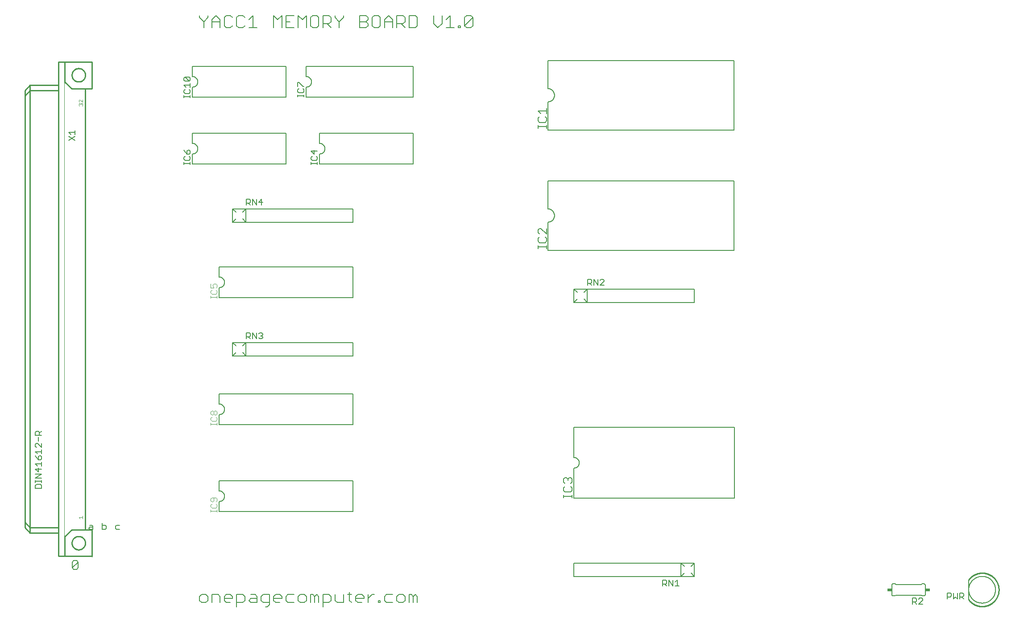
<source format=gbr>
G04 EAGLE Gerber RS-274X export*
G75*
%MOMM*%
%FSLAX34Y34*%
%LPD*%
%INSilkscreen Top*%
%IPPOS*%
%AMOC8*
5,1,8,0,0,1.08239X$1,22.5*%
G01*
%ADD10C,0.203200*%
%ADD11C,0.152400*%
%ADD12C,0.254000*%
%ADD13C,0.050800*%
%ADD14C,0.076200*%
%ADD15C,0.127000*%
%ADD16R,0.863600X0.609600*%
%ADD17C,0.177800*%
%ADD18C,0.101600*%


D10*
X255016Y1129304D02*
X255016Y1125406D01*
X262812Y1117610D01*
X270608Y1125406D01*
X270608Y1129304D01*
X262812Y1117610D02*
X262812Y1105916D01*
X278404Y1105916D02*
X278404Y1121508D01*
X286200Y1129304D01*
X293996Y1121508D01*
X293996Y1105916D01*
X293996Y1117610D02*
X278404Y1117610D01*
X313486Y1129304D02*
X317384Y1125406D01*
X313486Y1129304D02*
X305690Y1129304D01*
X301792Y1125406D01*
X301792Y1109814D01*
X305690Y1105916D01*
X313486Y1105916D01*
X317384Y1109814D01*
X336874Y1129304D02*
X340772Y1125406D01*
X336874Y1129304D02*
X329078Y1129304D01*
X325180Y1125406D01*
X325180Y1109814D01*
X329078Y1105916D01*
X336874Y1105916D01*
X340772Y1109814D01*
X348568Y1121508D02*
X356364Y1129304D01*
X356364Y1105916D01*
X348568Y1105916D02*
X364160Y1105916D01*
X395344Y1105916D02*
X395344Y1129304D01*
X403140Y1121508D01*
X410936Y1129304D01*
X410936Y1105916D01*
X418732Y1129304D02*
X434324Y1129304D01*
X418732Y1129304D02*
X418732Y1105916D01*
X434324Y1105916D01*
X426528Y1117610D02*
X418732Y1117610D01*
X442120Y1105916D02*
X442120Y1129304D01*
X449916Y1121508D01*
X457712Y1129304D01*
X457712Y1105916D01*
X469406Y1129304D02*
X477202Y1129304D01*
X469406Y1129304D02*
X465508Y1125406D01*
X465508Y1109814D01*
X469406Y1105916D01*
X477202Y1105916D01*
X481100Y1109814D01*
X481100Y1125406D01*
X477202Y1129304D01*
X488896Y1129304D02*
X488896Y1105916D01*
X488896Y1129304D02*
X500590Y1129304D01*
X504488Y1125406D01*
X504488Y1117610D01*
X500590Y1113712D01*
X488896Y1113712D01*
X496692Y1113712D02*
X504488Y1105916D01*
X512284Y1125406D02*
X512284Y1129304D01*
X512284Y1125406D02*
X520080Y1117610D01*
X527876Y1125406D01*
X527876Y1129304D01*
X520080Y1117610D02*
X520080Y1105916D01*
X559060Y1105916D02*
X559060Y1129304D01*
X570754Y1129304D01*
X574652Y1125406D01*
X574652Y1121508D01*
X570754Y1117610D01*
X574652Y1113712D01*
X574652Y1109814D01*
X570754Y1105916D01*
X559060Y1105916D01*
X559060Y1117610D02*
X570754Y1117610D01*
X586346Y1129304D02*
X594142Y1129304D01*
X586346Y1129304D02*
X582448Y1125406D01*
X582448Y1109814D01*
X586346Y1105916D01*
X594142Y1105916D01*
X598040Y1109814D01*
X598040Y1125406D01*
X594142Y1129304D01*
X605836Y1121508D02*
X605836Y1105916D01*
X605836Y1121508D02*
X613632Y1129304D01*
X621428Y1121508D01*
X621428Y1105916D01*
X621428Y1117610D02*
X605836Y1117610D01*
X629224Y1105916D02*
X629224Y1129304D01*
X640917Y1129304D01*
X644815Y1125406D01*
X644815Y1117610D01*
X640917Y1113712D01*
X629224Y1113712D01*
X637019Y1113712D02*
X644815Y1105916D01*
X652611Y1105916D02*
X652611Y1129304D01*
X652611Y1105916D02*
X664305Y1105916D01*
X668203Y1109814D01*
X668203Y1125406D01*
X664305Y1129304D01*
X652611Y1129304D01*
X699387Y1129304D02*
X699387Y1113712D01*
X707183Y1105916D01*
X714979Y1113712D01*
X714979Y1129304D01*
X722775Y1121508D02*
X730571Y1129304D01*
X730571Y1105916D01*
X722775Y1105916D02*
X738367Y1105916D01*
X746163Y1105916D02*
X746163Y1109814D01*
X750061Y1109814D01*
X750061Y1105916D01*
X746163Y1105916D01*
X757857Y1109814D02*
X757857Y1125406D01*
X761755Y1129304D01*
X769551Y1129304D01*
X773449Y1125406D01*
X773449Y1109814D01*
X769551Y1105916D01*
X761755Y1105916D01*
X757857Y1109814D01*
X773449Y1125406D01*
X266710Y13716D02*
X258914Y13716D01*
X266710Y13716D02*
X270608Y17614D01*
X270608Y25410D01*
X266710Y29308D01*
X258914Y29308D01*
X255016Y25410D01*
X255016Y17614D01*
X258914Y13716D01*
X278404Y13716D02*
X278404Y29308D01*
X290098Y29308D01*
X293996Y25410D01*
X293996Y13716D01*
X305690Y13716D02*
X313486Y13716D01*
X305690Y13716D02*
X301792Y17614D01*
X301792Y25410D01*
X305690Y29308D01*
X313486Y29308D01*
X317384Y25410D01*
X317384Y21512D01*
X301792Y21512D01*
X325180Y29308D02*
X325180Y5920D01*
X325180Y29308D02*
X336874Y29308D01*
X340772Y25410D01*
X340772Y17614D01*
X336874Y13716D01*
X325180Y13716D01*
X352466Y29308D02*
X360262Y29308D01*
X364160Y25410D01*
X364160Y13716D01*
X352466Y13716D01*
X348568Y17614D01*
X352466Y21512D01*
X364160Y21512D01*
X379752Y5920D02*
X383650Y5920D01*
X387548Y9818D01*
X387548Y29308D01*
X375854Y29308D01*
X371956Y25410D01*
X371956Y17614D01*
X375854Y13716D01*
X387548Y13716D01*
X399242Y13716D02*
X407038Y13716D01*
X399242Y13716D02*
X395344Y17614D01*
X395344Y25410D01*
X399242Y29308D01*
X407038Y29308D01*
X410936Y25410D01*
X410936Y21512D01*
X395344Y21512D01*
X422630Y29308D02*
X434324Y29308D01*
X422630Y29308D02*
X418732Y25410D01*
X418732Y17614D01*
X422630Y13716D01*
X434324Y13716D01*
X446018Y13716D02*
X453814Y13716D01*
X457712Y17614D01*
X457712Y25410D01*
X453814Y29308D01*
X446018Y29308D01*
X442120Y25410D01*
X442120Y17614D01*
X446018Y13716D01*
X465508Y13716D02*
X465508Y29308D01*
X469406Y29308D01*
X473304Y25410D01*
X473304Y13716D01*
X473304Y25410D02*
X477202Y29308D01*
X481100Y25410D01*
X481100Y13716D01*
X488896Y5920D02*
X488896Y29308D01*
X500590Y29308D01*
X504488Y25410D01*
X504488Y17614D01*
X500590Y13716D01*
X488896Y13716D01*
X512284Y17614D02*
X512284Y29308D01*
X512284Y17614D02*
X516182Y13716D01*
X527876Y13716D01*
X527876Y29308D01*
X539570Y33206D02*
X539570Y17614D01*
X543468Y13716D01*
X543468Y29308D02*
X535672Y29308D01*
X555162Y13716D02*
X562958Y13716D01*
X555162Y13716D02*
X551264Y17614D01*
X551264Y25410D01*
X555162Y29308D01*
X562958Y29308D01*
X566856Y25410D01*
X566856Y21512D01*
X551264Y21512D01*
X574652Y13716D02*
X574652Y29308D01*
X574652Y21512D02*
X582448Y29308D01*
X586346Y29308D01*
X594142Y17614D02*
X594142Y13716D01*
X594142Y17614D02*
X598040Y17614D01*
X598040Y13716D01*
X594142Y13716D01*
X609733Y29308D02*
X621427Y29308D01*
X609733Y29308D02*
X605836Y25410D01*
X605836Y17614D01*
X609733Y13716D01*
X621427Y13716D01*
X633121Y13716D02*
X640917Y13716D01*
X644815Y17614D01*
X644815Y25410D01*
X640917Y29308D01*
X633121Y29308D01*
X629223Y25410D01*
X629223Y17614D01*
X633121Y13716D01*
X652611Y13716D02*
X652611Y29308D01*
X656509Y29308D01*
X660407Y25410D01*
X660407Y13716D01*
X660407Y25410D02*
X664305Y29308D01*
X668203Y25410D01*
X668203Y13716D01*
D11*
X13462Y79674D02*
X13462Y90520D01*
X16174Y93232D01*
X21597Y93232D01*
X24309Y90520D01*
X24309Y79674D01*
X21597Y76962D01*
X16174Y76962D01*
X13462Y79674D01*
X24309Y90520D01*
D12*
X-76200Y986790D02*
X-67310Y996950D01*
X-12700Y996950D01*
X-13970Y986790D02*
X-67310Y986790D01*
X-76200Y986790D02*
X-76200Y976630D01*
X-76200Y166370D01*
X-76200Y156210D01*
X-67310Y156210D02*
X-13970Y156210D01*
X-67310Y146050D02*
X-76200Y156210D01*
X-67310Y146050D02*
X-12700Y146050D01*
D13*
X-2200Y102900D02*
X-2200Y1041370D01*
D12*
X-12600Y1041370D02*
X-12600Y102900D01*
X-12700Y102000D02*
X50800Y101999D01*
X50800Y1041400D02*
X-1270Y1041400D01*
X-12700Y1041400D01*
X50800Y101999D02*
X50800Y101601D01*
X50800Y101999D02*
X50800Y152400D01*
X38100Y152400D01*
X12700Y152400D01*
X-1270Y139700D01*
X50800Y990600D02*
X50800Y1041400D01*
X50800Y990600D02*
X38100Y990600D01*
X12700Y990600D01*
X-1270Y1003300D01*
X38100Y990600D02*
X38100Y152400D01*
X-67310Y156210D02*
X-76200Y166370D01*
X-67310Y986790D02*
X-67310Y996950D01*
X-67310Y986790D02*
X-67310Y156210D01*
X-67310Y146050D01*
X-76200Y976630D02*
X-67310Y986790D01*
X-1270Y139700D02*
X-1270Y102870D01*
X-1270Y1003300D02*
X-1270Y1041400D01*
X12700Y1016064D02*
X12704Y1016376D01*
X12715Y1016687D01*
X12734Y1016998D01*
X12761Y1017309D01*
X12796Y1017619D01*
X12837Y1017927D01*
X12887Y1018235D01*
X12944Y1018542D01*
X13009Y1018847D01*
X13081Y1019150D01*
X13160Y1019451D01*
X13247Y1019751D01*
X13341Y1020048D01*
X13442Y1020343D01*
X13551Y1020635D01*
X13667Y1020924D01*
X13790Y1021211D01*
X13919Y1021494D01*
X14056Y1021774D01*
X14200Y1022051D01*
X14350Y1022324D01*
X14507Y1022593D01*
X14670Y1022858D01*
X14840Y1023120D01*
X15017Y1023377D01*
X15199Y1023629D01*
X15388Y1023877D01*
X15583Y1024121D01*
X15783Y1024359D01*
X15990Y1024593D01*
X16202Y1024821D01*
X16420Y1025044D01*
X16643Y1025262D01*
X16871Y1025474D01*
X17105Y1025681D01*
X17343Y1025881D01*
X17587Y1026076D01*
X17835Y1026265D01*
X18087Y1026447D01*
X18344Y1026624D01*
X18606Y1026794D01*
X18871Y1026957D01*
X19140Y1027114D01*
X19413Y1027264D01*
X19690Y1027408D01*
X19970Y1027545D01*
X20253Y1027674D01*
X20540Y1027797D01*
X20829Y1027913D01*
X21121Y1028022D01*
X21416Y1028123D01*
X21713Y1028217D01*
X22013Y1028304D01*
X22314Y1028383D01*
X22617Y1028455D01*
X22922Y1028520D01*
X23229Y1028577D01*
X23537Y1028627D01*
X23845Y1028668D01*
X24155Y1028703D01*
X24466Y1028730D01*
X24777Y1028749D01*
X25088Y1028760D01*
X25400Y1028764D01*
X25712Y1028760D01*
X26023Y1028749D01*
X26334Y1028730D01*
X26645Y1028703D01*
X26955Y1028668D01*
X27263Y1028627D01*
X27571Y1028577D01*
X27878Y1028520D01*
X28183Y1028455D01*
X28486Y1028383D01*
X28787Y1028304D01*
X29087Y1028217D01*
X29384Y1028123D01*
X29679Y1028022D01*
X29971Y1027913D01*
X30260Y1027797D01*
X30547Y1027674D01*
X30830Y1027545D01*
X31110Y1027408D01*
X31387Y1027264D01*
X31660Y1027114D01*
X31929Y1026957D01*
X32194Y1026794D01*
X32456Y1026624D01*
X32713Y1026447D01*
X32965Y1026265D01*
X33213Y1026076D01*
X33457Y1025881D01*
X33695Y1025681D01*
X33929Y1025474D01*
X34157Y1025262D01*
X34380Y1025044D01*
X34598Y1024821D01*
X34810Y1024593D01*
X35017Y1024359D01*
X35217Y1024121D01*
X35412Y1023877D01*
X35601Y1023629D01*
X35783Y1023377D01*
X35960Y1023120D01*
X36130Y1022858D01*
X36293Y1022593D01*
X36450Y1022324D01*
X36600Y1022051D01*
X36744Y1021774D01*
X36881Y1021494D01*
X37010Y1021211D01*
X37133Y1020924D01*
X37249Y1020635D01*
X37358Y1020343D01*
X37459Y1020048D01*
X37553Y1019751D01*
X37640Y1019451D01*
X37719Y1019150D01*
X37791Y1018847D01*
X37856Y1018542D01*
X37913Y1018235D01*
X37963Y1017927D01*
X38004Y1017619D01*
X38039Y1017309D01*
X38066Y1016998D01*
X38085Y1016687D01*
X38096Y1016376D01*
X38100Y1016064D01*
X38096Y1015752D01*
X38085Y1015441D01*
X38066Y1015130D01*
X38039Y1014819D01*
X38004Y1014509D01*
X37963Y1014201D01*
X37913Y1013893D01*
X37856Y1013586D01*
X37791Y1013281D01*
X37719Y1012978D01*
X37640Y1012677D01*
X37553Y1012377D01*
X37459Y1012080D01*
X37358Y1011785D01*
X37249Y1011493D01*
X37133Y1011204D01*
X37010Y1010917D01*
X36881Y1010634D01*
X36744Y1010354D01*
X36600Y1010077D01*
X36450Y1009804D01*
X36293Y1009535D01*
X36130Y1009270D01*
X35960Y1009008D01*
X35783Y1008751D01*
X35601Y1008499D01*
X35412Y1008251D01*
X35217Y1008007D01*
X35017Y1007769D01*
X34810Y1007535D01*
X34598Y1007307D01*
X34380Y1007084D01*
X34157Y1006866D01*
X33929Y1006654D01*
X33695Y1006447D01*
X33457Y1006247D01*
X33213Y1006052D01*
X32965Y1005863D01*
X32713Y1005681D01*
X32456Y1005504D01*
X32194Y1005334D01*
X31929Y1005171D01*
X31660Y1005014D01*
X31387Y1004864D01*
X31110Y1004720D01*
X30830Y1004583D01*
X30547Y1004454D01*
X30260Y1004331D01*
X29971Y1004215D01*
X29679Y1004106D01*
X29384Y1004005D01*
X29087Y1003911D01*
X28787Y1003824D01*
X28486Y1003745D01*
X28183Y1003673D01*
X27878Y1003608D01*
X27571Y1003551D01*
X27263Y1003501D01*
X26955Y1003460D01*
X26645Y1003425D01*
X26334Y1003398D01*
X26023Y1003379D01*
X25712Y1003368D01*
X25400Y1003364D01*
X25088Y1003368D01*
X24777Y1003379D01*
X24466Y1003398D01*
X24155Y1003425D01*
X23845Y1003460D01*
X23537Y1003501D01*
X23229Y1003551D01*
X22922Y1003608D01*
X22617Y1003673D01*
X22314Y1003745D01*
X22013Y1003824D01*
X21713Y1003911D01*
X21416Y1004005D01*
X21121Y1004106D01*
X20829Y1004215D01*
X20540Y1004331D01*
X20253Y1004454D01*
X19970Y1004583D01*
X19690Y1004720D01*
X19413Y1004864D01*
X19140Y1005014D01*
X18871Y1005171D01*
X18606Y1005334D01*
X18344Y1005504D01*
X18087Y1005681D01*
X17835Y1005863D01*
X17587Y1006052D01*
X17343Y1006247D01*
X17105Y1006447D01*
X16871Y1006654D01*
X16643Y1006866D01*
X16420Y1007084D01*
X16202Y1007307D01*
X15990Y1007535D01*
X15783Y1007769D01*
X15583Y1008007D01*
X15388Y1008251D01*
X15199Y1008499D01*
X15017Y1008751D01*
X14840Y1009008D01*
X14670Y1009270D01*
X14507Y1009535D01*
X14350Y1009804D01*
X14200Y1010077D01*
X14056Y1010354D01*
X13919Y1010634D01*
X13790Y1010917D01*
X13667Y1011204D01*
X13551Y1011493D01*
X13442Y1011785D01*
X13341Y1012080D01*
X13247Y1012377D01*
X13160Y1012677D01*
X13081Y1012978D01*
X13009Y1013281D01*
X12944Y1013586D01*
X12887Y1013893D01*
X12837Y1014201D01*
X12796Y1014509D01*
X12761Y1014819D01*
X12734Y1015130D01*
X12715Y1015441D01*
X12704Y1015752D01*
X12700Y1016064D01*
X12700Y126936D02*
X12704Y127248D01*
X12715Y127559D01*
X12734Y127870D01*
X12761Y128181D01*
X12796Y128491D01*
X12837Y128799D01*
X12887Y129107D01*
X12944Y129414D01*
X13009Y129719D01*
X13081Y130022D01*
X13160Y130323D01*
X13247Y130623D01*
X13341Y130920D01*
X13442Y131215D01*
X13551Y131507D01*
X13667Y131796D01*
X13790Y132083D01*
X13919Y132366D01*
X14056Y132646D01*
X14200Y132923D01*
X14350Y133196D01*
X14507Y133465D01*
X14670Y133730D01*
X14840Y133992D01*
X15017Y134249D01*
X15199Y134501D01*
X15388Y134749D01*
X15583Y134993D01*
X15783Y135231D01*
X15990Y135465D01*
X16202Y135693D01*
X16420Y135916D01*
X16643Y136134D01*
X16871Y136346D01*
X17105Y136553D01*
X17343Y136753D01*
X17587Y136948D01*
X17835Y137137D01*
X18087Y137319D01*
X18344Y137496D01*
X18606Y137666D01*
X18871Y137829D01*
X19140Y137986D01*
X19413Y138136D01*
X19690Y138280D01*
X19970Y138417D01*
X20253Y138546D01*
X20540Y138669D01*
X20829Y138785D01*
X21121Y138894D01*
X21416Y138995D01*
X21713Y139089D01*
X22013Y139176D01*
X22314Y139255D01*
X22617Y139327D01*
X22922Y139392D01*
X23229Y139449D01*
X23537Y139499D01*
X23845Y139540D01*
X24155Y139575D01*
X24466Y139602D01*
X24777Y139621D01*
X25088Y139632D01*
X25400Y139636D01*
X25712Y139632D01*
X26023Y139621D01*
X26334Y139602D01*
X26645Y139575D01*
X26955Y139540D01*
X27263Y139499D01*
X27571Y139449D01*
X27878Y139392D01*
X28183Y139327D01*
X28486Y139255D01*
X28787Y139176D01*
X29087Y139089D01*
X29384Y138995D01*
X29679Y138894D01*
X29971Y138785D01*
X30260Y138669D01*
X30547Y138546D01*
X30830Y138417D01*
X31110Y138280D01*
X31387Y138136D01*
X31660Y137986D01*
X31929Y137829D01*
X32194Y137666D01*
X32456Y137496D01*
X32713Y137319D01*
X32965Y137137D01*
X33213Y136948D01*
X33457Y136753D01*
X33695Y136553D01*
X33929Y136346D01*
X34157Y136134D01*
X34380Y135916D01*
X34598Y135693D01*
X34810Y135465D01*
X35017Y135231D01*
X35217Y134993D01*
X35412Y134749D01*
X35601Y134501D01*
X35783Y134249D01*
X35960Y133992D01*
X36130Y133730D01*
X36293Y133465D01*
X36450Y133196D01*
X36600Y132923D01*
X36744Y132646D01*
X36881Y132366D01*
X37010Y132083D01*
X37133Y131796D01*
X37249Y131507D01*
X37358Y131215D01*
X37459Y130920D01*
X37553Y130623D01*
X37640Y130323D01*
X37719Y130022D01*
X37791Y129719D01*
X37856Y129414D01*
X37913Y129107D01*
X37963Y128799D01*
X38004Y128491D01*
X38039Y128181D01*
X38066Y127870D01*
X38085Y127559D01*
X38096Y127248D01*
X38100Y126936D01*
X38096Y126624D01*
X38085Y126313D01*
X38066Y126002D01*
X38039Y125691D01*
X38004Y125381D01*
X37963Y125073D01*
X37913Y124765D01*
X37856Y124458D01*
X37791Y124153D01*
X37719Y123850D01*
X37640Y123549D01*
X37553Y123249D01*
X37459Y122952D01*
X37358Y122657D01*
X37249Y122365D01*
X37133Y122076D01*
X37010Y121789D01*
X36881Y121506D01*
X36744Y121226D01*
X36600Y120949D01*
X36450Y120676D01*
X36293Y120407D01*
X36130Y120142D01*
X35960Y119880D01*
X35783Y119623D01*
X35601Y119371D01*
X35412Y119123D01*
X35217Y118879D01*
X35017Y118641D01*
X34810Y118407D01*
X34598Y118179D01*
X34380Y117956D01*
X34157Y117738D01*
X33929Y117526D01*
X33695Y117319D01*
X33457Y117119D01*
X33213Y116924D01*
X32965Y116735D01*
X32713Y116553D01*
X32456Y116376D01*
X32194Y116206D01*
X31929Y116043D01*
X31660Y115886D01*
X31387Y115736D01*
X31110Y115592D01*
X30830Y115455D01*
X30547Y115326D01*
X30260Y115203D01*
X29971Y115087D01*
X29679Y114978D01*
X29384Y114877D01*
X29087Y114783D01*
X28787Y114696D01*
X28486Y114617D01*
X28183Y114545D01*
X27878Y114480D01*
X27571Y114423D01*
X27263Y114373D01*
X26955Y114332D01*
X26645Y114297D01*
X26334Y114270D01*
X26023Y114251D01*
X25712Y114240D01*
X25400Y114236D01*
X25088Y114240D01*
X24777Y114251D01*
X24466Y114270D01*
X24155Y114297D01*
X23845Y114332D01*
X23537Y114373D01*
X23229Y114423D01*
X22922Y114480D01*
X22617Y114545D01*
X22314Y114617D01*
X22013Y114696D01*
X21713Y114783D01*
X21416Y114877D01*
X21121Y114978D01*
X20829Y115087D01*
X20540Y115203D01*
X20253Y115326D01*
X19970Y115455D01*
X19690Y115592D01*
X19413Y115736D01*
X19140Y115886D01*
X18871Y116043D01*
X18606Y116206D01*
X18344Y116376D01*
X18087Y116553D01*
X17835Y116735D01*
X17587Y116924D01*
X17343Y117119D01*
X17105Y117319D01*
X16871Y117526D01*
X16643Y117738D01*
X16420Y117956D01*
X16202Y118179D01*
X15990Y118407D01*
X15783Y118641D01*
X15583Y118879D01*
X15388Y119123D01*
X15199Y119371D01*
X15017Y119623D01*
X14840Y119880D01*
X14670Y120142D01*
X14507Y120407D01*
X14350Y120676D01*
X14200Y120949D01*
X14056Y121226D01*
X13919Y121506D01*
X13790Y121789D01*
X13667Y122076D01*
X13551Y122365D01*
X13442Y122657D01*
X13341Y122952D01*
X13247Y123249D01*
X13160Y123549D01*
X13081Y123850D01*
X13009Y124153D01*
X12944Y124458D01*
X12887Y124765D01*
X12837Y125073D01*
X12796Y125381D01*
X12761Y125691D01*
X12734Y126002D01*
X12715Y126313D01*
X12704Y126624D01*
X12700Y126936D01*
D14*
X28232Y173237D02*
X25775Y175694D01*
X33147Y175694D01*
X33147Y173237D02*
X33147Y178152D01*
D15*
X46728Y160662D02*
X50541Y160662D01*
X52448Y158755D01*
X52448Y153035D01*
X46728Y153035D01*
X44821Y154942D01*
X46728Y156848D01*
X52448Y156848D01*
X70221Y153035D02*
X70221Y164475D01*
X70221Y153035D02*
X75941Y153035D01*
X77848Y154942D01*
X77848Y158755D01*
X75941Y160662D01*
X70221Y160662D01*
X97528Y160662D02*
X103248Y160662D01*
X97528Y160662D02*
X95621Y158755D01*
X95621Y154942D01*
X97528Y153035D01*
X103248Y153035D01*
D14*
X27003Y956963D02*
X25775Y958191D01*
X25775Y960649D01*
X27003Y961878D01*
X28232Y961878D01*
X29461Y960649D01*
X29461Y959420D01*
X29461Y960649D02*
X30690Y961878D01*
X31918Y961878D01*
X33147Y960649D01*
X33147Y958191D01*
X31918Y956963D01*
X33147Y964447D02*
X33147Y969362D01*
X33147Y964447D02*
X28232Y969362D01*
X27003Y969362D01*
X25775Y968133D01*
X25775Y965676D01*
X27003Y964447D01*
D15*
X-45085Y230493D02*
X-56525Y230493D01*
X-45085Y230493D02*
X-45085Y236213D01*
X-46992Y238120D01*
X-54618Y238120D01*
X-56525Y236213D01*
X-56525Y230493D01*
X-45085Y242187D02*
X-45085Y246000D01*
X-45085Y244094D02*
X-56525Y244094D01*
X-56525Y246000D02*
X-56525Y242187D01*
X-56525Y249983D02*
X-45085Y249983D01*
X-45085Y257610D02*
X-56525Y249983D01*
X-56525Y257610D02*
X-45085Y257610D01*
X-45085Y267397D02*
X-56525Y267397D01*
X-50805Y261677D01*
X-50805Y269303D01*
X-52712Y273371D02*
X-56525Y277184D01*
X-45085Y277184D01*
X-45085Y273371D02*
X-45085Y280997D01*
X-54618Y288878D02*
X-56525Y292691D01*
X-54618Y288878D02*
X-50805Y285065D01*
X-46992Y285065D01*
X-45085Y286972D01*
X-45085Y290785D01*
X-46992Y292691D01*
X-48898Y292691D01*
X-50805Y290785D01*
X-50805Y285065D01*
X-52712Y296759D02*
X-56525Y300572D01*
X-45085Y300572D01*
X-45085Y296759D02*
X-45085Y304385D01*
X-45085Y308453D02*
X-45085Y316079D01*
X-45085Y308453D02*
X-52712Y316079D01*
X-54618Y316079D01*
X-56525Y314173D01*
X-56525Y310359D01*
X-54618Y308453D01*
X-50805Y320147D02*
X-50805Y327773D01*
X-45085Y331841D02*
X-56525Y331841D01*
X-56525Y337561D01*
X-54618Y339467D01*
X-50805Y339467D01*
X-48898Y337561D01*
X-48898Y331841D01*
X-48898Y335654D02*
X-45085Y339467D01*
X6975Y891647D02*
X18415Y899274D01*
X18415Y891647D02*
X6975Y899274D01*
X10789Y903341D02*
X6975Y907154D01*
X18415Y907154D01*
X18415Y903341D02*
X18415Y910968D01*
D10*
X1714500Y57150D02*
X1714500Y19050D01*
D12*
X1714974Y18434D01*
X1715463Y17829D01*
X1715967Y17237D01*
X1716485Y16657D01*
X1717017Y16090D01*
X1717563Y15536D01*
X1718122Y14996D01*
X1718695Y14470D01*
X1719280Y13957D01*
X1719877Y13460D01*
X1720486Y12977D01*
X1721107Y12509D01*
X1721740Y12056D01*
X1722383Y11619D01*
X1723037Y11198D01*
X1723701Y10794D01*
X1724374Y10405D01*
X1725057Y10033D01*
X1725749Y9678D01*
X1726449Y9340D01*
X1727157Y9019D01*
X1727873Y8716D01*
X1728597Y8430D01*
X1729326Y8162D01*
X1730063Y7912D01*
X1730805Y7681D01*
X1731553Y7467D01*
X1732305Y7272D01*
X1733063Y7095D01*
X1733824Y6937D01*
X1734589Y6797D01*
X1735357Y6677D01*
X1736128Y6575D01*
X1736901Y6492D01*
X1737676Y6428D01*
X1738452Y6383D01*
X1739229Y6357D01*
X1740007Y6350D01*
X1740784Y6362D01*
X1741561Y6393D01*
X1742337Y6444D01*
X1743112Y6513D01*
X1743884Y6601D01*
X1744654Y6708D01*
X1745422Y6834D01*
X1746186Y6978D01*
X1746946Y7142D01*
X1747702Y7324D01*
X1748453Y7524D01*
X1749200Y7742D01*
X1749940Y7979D01*
X1750675Y8234D01*
X1751403Y8507D01*
X1752124Y8798D01*
X1752838Y9106D01*
X1753544Y9431D01*
X1754242Y9774D01*
X1754932Y10134D01*
X1755612Y10510D01*
X1756283Y10903D01*
X1756944Y11313D01*
X1757595Y11738D01*
X1758235Y12179D01*
X1758864Y12636D01*
X1759482Y13108D01*
X1760088Y13595D01*
X1760682Y14097D01*
X1761264Y14613D01*
X1761833Y15143D01*
X1762388Y15687D01*
X1762931Y16245D01*
X1763459Y16815D01*
X1763973Y17398D01*
X1764473Y17994D01*
X1764958Y18602D01*
X1765428Y19221D01*
X1765882Y19852D01*
X1766321Y20494D01*
X1766745Y21146D01*
X1767152Y21809D01*
X1767543Y22481D01*
X1767917Y23163D01*
X1768274Y23853D01*
X1768614Y24552D01*
X1768938Y25260D01*
X1769243Y25974D01*
X1769532Y26697D01*
X1769802Y27426D01*
X1770054Y28161D01*
X1770289Y28903D01*
X1770505Y29650D01*
X1770703Y30402D01*
X1770882Y31158D01*
X1771043Y31919D01*
X1771185Y32683D01*
X1771308Y33451D01*
X1771412Y34222D01*
X1771498Y34995D01*
X1771564Y35769D01*
X1771612Y36545D01*
X1771640Y37322D01*
X1771650Y38100D01*
X1771640Y38878D01*
X1771612Y39655D01*
X1771564Y40431D01*
X1771498Y41205D01*
X1771412Y41978D01*
X1771308Y42749D01*
X1771185Y43517D01*
X1771043Y44281D01*
X1770882Y45042D01*
X1770703Y45798D01*
X1770505Y46550D01*
X1770289Y47297D01*
X1770054Y48039D01*
X1769802Y48774D01*
X1769532Y49503D01*
X1769243Y50226D01*
X1768938Y50940D01*
X1768614Y51648D01*
X1768274Y52347D01*
X1767917Y53037D01*
X1767543Y53719D01*
X1767152Y54391D01*
X1766745Y55054D01*
X1766321Y55706D01*
X1765882Y56348D01*
X1765428Y56979D01*
X1764958Y57598D01*
X1764473Y58206D01*
X1763973Y58802D01*
X1763459Y59385D01*
X1762931Y59955D01*
X1762388Y60513D01*
X1761833Y61057D01*
X1761264Y61587D01*
X1760682Y62103D01*
X1760088Y62605D01*
X1759482Y63092D01*
X1758864Y63564D01*
X1758235Y64021D01*
X1757595Y64462D01*
X1756944Y64887D01*
X1756283Y65297D01*
X1755612Y65690D01*
X1754932Y66066D01*
X1754242Y66426D01*
X1753544Y66769D01*
X1752838Y67094D01*
X1752124Y67402D01*
X1751403Y67693D01*
X1750675Y67966D01*
X1749940Y68221D01*
X1749200Y68458D01*
X1748453Y68676D01*
X1747702Y68876D01*
X1746946Y69058D01*
X1746186Y69222D01*
X1745422Y69366D01*
X1744654Y69492D01*
X1743884Y69599D01*
X1743112Y69687D01*
X1742337Y69756D01*
X1741561Y69807D01*
X1740784Y69838D01*
X1740007Y69850D01*
X1739229Y69843D01*
X1738452Y69817D01*
X1737676Y69772D01*
X1736901Y69708D01*
X1736128Y69625D01*
X1735357Y69523D01*
X1734589Y69403D01*
X1733824Y69263D01*
X1733063Y69105D01*
X1732305Y68928D01*
X1731553Y68733D01*
X1730805Y68519D01*
X1730063Y68288D01*
X1729326Y68038D01*
X1728597Y67770D01*
X1727873Y67484D01*
X1727157Y67181D01*
X1726449Y66860D01*
X1725749Y66522D01*
X1725057Y66167D01*
X1724374Y65795D01*
X1723701Y65406D01*
X1723037Y65002D01*
X1722383Y64581D01*
X1721740Y64144D01*
X1721107Y63691D01*
X1720486Y63223D01*
X1719877Y62740D01*
X1719280Y62243D01*
X1718695Y61730D01*
X1718122Y61204D01*
X1717563Y60664D01*
X1717017Y60110D01*
X1716485Y59543D01*
X1715967Y58963D01*
X1715463Y58371D01*
X1714974Y57766D01*
X1714500Y57150D01*
D11*
X1714500Y38100D02*
X1714508Y38723D01*
X1714531Y39346D01*
X1714569Y39969D01*
X1714622Y40590D01*
X1714691Y41209D01*
X1714775Y41827D01*
X1714874Y42442D01*
X1714988Y43055D01*
X1715117Y43665D01*
X1715261Y44272D01*
X1715420Y44875D01*
X1715594Y45473D01*
X1715782Y46068D01*
X1715985Y46657D01*
X1716202Y47241D01*
X1716433Y47820D01*
X1716679Y48393D01*
X1716939Y48960D01*
X1717212Y49520D01*
X1717499Y50073D01*
X1717800Y50620D01*
X1718114Y51158D01*
X1718441Y51689D01*
X1718781Y52211D01*
X1719133Y52726D01*
X1719499Y53231D01*
X1719876Y53727D01*
X1720266Y54214D01*
X1720667Y54691D01*
X1721080Y55158D01*
X1721504Y55614D01*
X1721939Y56061D01*
X1722386Y56496D01*
X1722842Y56920D01*
X1723309Y57333D01*
X1723786Y57734D01*
X1724273Y58124D01*
X1724769Y58501D01*
X1725274Y58867D01*
X1725789Y59219D01*
X1726311Y59559D01*
X1726842Y59886D01*
X1727380Y60200D01*
X1727927Y60501D01*
X1728480Y60788D01*
X1729040Y61061D01*
X1729607Y61321D01*
X1730180Y61567D01*
X1730759Y61798D01*
X1731343Y62015D01*
X1731932Y62218D01*
X1732527Y62406D01*
X1733125Y62580D01*
X1733728Y62739D01*
X1734335Y62883D01*
X1734945Y63012D01*
X1735558Y63126D01*
X1736173Y63225D01*
X1736791Y63309D01*
X1737410Y63378D01*
X1738031Y63431D01*
X1738654Y63469D01*
X1739277Y63492D01*
X1739900Y63500D01*
X1740523Y63492D01*
X1741146Y63469D01*
X1741769Y63431D01*
X1742390Y63378D01*
X1743009Y63309D01*
X1743627Y63225D01*
X1744242Y63126D01*
X1744855Y63012D01*
X1745465Y62883D01*
X1746072Y62739D01*
X1746675Y62580D01*
X1747273Y62406D01*
X1747868Y62218D01*
X1748457Y62015D01*
X1749041Y61798D01*
X1749620Y61567D01*
X1750193Y61321D01*
X1750760Y61061D01*
X1751320Y60788D01*
X1751873Y60501D01*
X1752420Y60200D01*
X1752958Y59886D01*
X1753489Y59559D01*
X1754011Y59219D01*
X1754526Y58867D01*
X1755031Y58501D01*
X1755527Y58124D01*
X1756014Y57734D01*
X1756491Y57333D01*
X1756958Y56920D01*
X1757414Y56496D01*
X1757861Y56061D01*
X1758296Y55614D01*
X1758720Y55158D01*
X1759133Y54691D01*
X1759534Y54214D01*
X1759924Y53727D01*
X1760301Y53231D01*
X1760667Y52726D01*
X1761019Y52211D01*
X1761359Y51689D01*
X1761686Y51158D01*
X1762000Y50620D01*
X1762301Y50073D01*
X1762588Y49520D01*
X1762861Y48960D01*
X1763121Y48393D01*
X1763367Y47820D01*
X1763598Y47241D01*
X1763815Y46657D01*
X1764018Y46068D01*
X1764206Y45473D01*
X1764380Y44875D01*
X1764539Y44272D01*
X1764683Y43665D01*
X1764812Y43055D01*
X1764926Y42442D01*
X1765025Y41827D01*
X1765109Y41209D01*
X1765178Y40590D01*
X1765231Y39969D01*
X1765269Y39346D01*
X1765292Y38723D01*
X1765300Y38100D01*
X1765292Y37477D01*
X1765269Y36854D01*
X1765231Y36231D01*
X1765178Y35610D01*
X1765109Y34991D01*
X1765025Y34373D01*
X1764926Y33758D01*
X1764812Y33145D01*
X1764683Y32535D01*
X1764539Y31928D01*
X1764380Y31325D01*
X1764206Y30727D01*
X1764018Y30132D01*
X1763815Y29543D01*
X1763598Y28959D01*
X1763367Y28380D01*
X1763121Y27807D01*
X1762861Y27240D01*
X1762588Y26680D01*
X1762301Y26127D01*
X1762000Y25580D01*
X1761686Y25042D01*
X1761359Y24511D01*
X1761019Y23989D01*
X1760667Y23474D01*
X1760301Y22969D01*
X1759924Y22473D01*
X1759534Y21986D01*
X1759133Y21509D01*
X1758720Y21042D01*
X1758296Y20586D01*
X1757861Y20139D01*
X1757414Y19704D01*
X1756958Y19280D01*
X1756491Y18867D01*
X1756014Y18466D01*
X1755527Y18076D01*
X1755031Y17699D01*
X1754526Y17333D01*
X1754011Y16981D01*
X1753489Y16641D01*
X1752958Y16314D01*
X1752420Y16000D01*
X1751873Y15699D01*
X1751320Y15412D01*
X1750760Y15139D01*
X1750193Y14879D01*
X1749620Y14633D01*
X1749041Y14402D01*
X1748457Y14185D01*
X1747868Y13982D01*
X1747273Y13794D01*
X1746675Y13620D01*
X1746072Y13461D01*
X1745465Y13317D01*
X1744855Y13188D01*
X1744242Y13074D01*
X1743627Y12975D01*
X1743009Y12891D01*
X1742390Y12822D01*
X1741769Y12769D01*
X1741146Y12731D01*
X1740523Y12708D01*
X1739900Y12700D01*
X1739277Y12708D01*
X1738654Y12731D01*
X1738031Y12769D01*
X1737410Y12822D01*
X1736791Y12891D01*
X1736173Y12975D01*
X1735558Y13074D01*
X1734945Y13188D01*
X1734335Y13317D01*
X1733728Y13461D01*
X1733125Y13620D01*
X1732527Y13794D01*
X1731932Y13982D01*
X1731343Y14185D01*
X1730759Y14402D01*
X1730180Y14633D01*
X1729607Y14879D01*
X1729040Y15139D01*
X1728480Y15412D01*
X1727927Y15699D01*
X1727380Y16000D01*
X1726842Y16314D01*
X1726311Y16641D01*
X1725789Y16981D01*
X1725274Y17333D01*
X1724769Y17699D01*
X1724273Y18076D01*
X1723786Y18466D01*
X1723309Y18867D01*
X1722842Y19280D01*
X1722386Y19704D01*
X1721939Y20139D01*
X1721504Y20586D01*
X1721080Y21042D01*
X1720667Y21509D01*
X1720266Y21986D01*
X1719876Y22473D01*
X1719499Y22969D01*
X1719133Y23474D01*
X1718781Y23989D01*
X1718441Y24511D01*
X1718114Y25042D01*
X1717800Y25580D01*
X1717499Y26127D01*
X1717212Y26680D01*
X1716939Y27240D01*
X1716679Y27807D01*
X1716433Y28380D01*
X1716202Y28959D01*
X1715985Y29543D01*
X1715782Y30132D01*
X1715594Y30727D01*
X1715420Y31325D01*
X1715261Y31928D01*
X1715117Y32535D01*
X1714988Y33145D01*
X1714874Y33758D01*
X1714775Y34373D01*
X1714691Y34991D01*
X1714622Y35610D01*
X1714569Y36231D01*
X1714531Y36854D01*
X1714508Y37477D01*
X1714500Y38100D01*
D15*
X1673703Y32141D02*
X1673703Y20701D01*
X1673703Y32141D02*
X1679423Y32141D01*
X1681330Y30234D01*
X1681330Y26421D01*
X1679423Y24514D01*
X1673703Y24514D01*
X1685397Y20701D02*
X1685397Y32141D01*
X1689210Y24514D02*
X1685397Y20701D01*
X1689210Y24514D02*
X1693024Y20701D01*
X1693024Y32141D01*
X1697091Y32141D02*
X1697091Y20701D01*
X1697091Y32141D02*
X1702811Y32141D01*
X1704717Y30234D01*
X1704717Y26421D01*
X1702811Y24514D01*
X1697091Y24514D01*
X1700904Y24514D02*
X1704717Y20701D01*
D11*
X1631950Y29210D02*
X1631948Y29110D01*
X1631942Y29011D01*
X1631932Y28911D01*
X1631919Y28813D01*
X1631901Y28714D01*
X1631880Y28617D01*
X1631855Y28521D01*
X1631826Y28425D01*
X1631793Y28331D01*
X1631757Y28238D01*
X1631717Y28147D01*
X1631673Y28057D01*
X1631626Y27969D01*
X1631576Y27883D01*
X1631522Y27799D01*
X1631465Y27717D01*
X1631405Y27638D01*
X1631341Y27560D01*
X1631275Y27486D01*
X1631206Y27414D01*
X1631134Y27345D01*
X1631060Y27279D01*
X1630982Y27215D01*
X1630903Y27155D01*
X1630821Y27098D01*
X1630737Y27044D01*
X1630651Y26994D01*
X1630563Y26947D01*
X1630473Y26903D01*
X1630382Y26863D01*
X1630289Y26827D01*
X1630195Y26794D01*
X1630099Y26765D01*
X1630003Y26740D01*
X1629906Y26719D01*
X1629807Y26701D01*
X1629709Y26688D01*
X1629609Y26678D01*
X1629510Y26672D01*
X1629410Y26670D01*
X1631950Y46990D02*
X1631948Y47090D01*
X1631942Y47189D01*
X1631932Y47289D01*
X1631919Y47387D01*
X1631901Y47486D01*
X1631880Y47583D01*
X1631855Y47679D01*
X1631826Y47775D01*
X1631793Y47869D01*
X1631757Y47962D01*
X1631717Y48053D01*
X1631673Y48143D01*
X1631626Y48231D01*
X1631576Y48317D01*
X1631522Y48401D01*
X1631465Y48483D01*
X1631405Y48562D01*
X1631341Y48640D01*
X1631275Y48714D01*
X1631206Y48786D01*
X1631134Y48855D01*
X1631060Y48921D01*
X1630982Y48985D01*
X1630903Y49045D01*
X1630821Y49102D01*
X1630737Y49156D01*
X1630651Y49206D01*
X1630563Y49253D01*
X1630473Y49297D01*
X1630382Y49337D01*
X1630289Y49373D01*
X1630195Y49406D01*
X1630099Y49435D01*
X1630003Y49460D01*
X1629906Y49481D01*
X1629807Y49499D01*
X1629709Y49512D01*
X1629609Y49522D01*
X1629510Y49528D01*
X1629410Y49530D01*
X1570990Y49530D02*
X1570890Y49528D01*
X1570791Y49522D01*
X1570691Y49512D01*
X1570593Y49499D01*
X1570494Y49481D01*
X1570397Y49460D01*
X1570301Y49435D01*
X1570205Y49406D01*
X1570111Y49373D01*
X1570018Y49337D01*
X1569927Y49297D01*
X1569837Y49253D01*
X1569749Y49206D01*
X1569663Y49156D01*
X1569579Y49102D01*
X1569497Y49045D01*
X1569418Y48985D01*
X1569340Y48921D01*
X1569266Y48855D01*
X1569194Y48786D01*
X1569125Y48714D01*
X1569059Y48640D01*
X1568995Y48562D01*
X1568935Y48483D01*
X1568878Y48401D01*
X1568824Y48317D01*
X1568774Y48231D01*
X1568727Y48143D01*
X1568683Y48053D01*
X1568643Y47962D01*
X1568607Y47869D01*
X1568574Y47775D01*
X1568545Y47679D01*
X1568520Y47583D01*
X1568499Y47486D01*
X1568481Y47387D01*
X1568468Y47289D01*
X1568458Y47189D01*
X1568452Y47090D01*
X1568450Y46990D01*
X1568450Y29210D02*
X1568452Y29110D01*
X1568458Y29011D01*
X1568468Y28911D01*
X1568481Y28813D01*
X1568499Y28714D01*
X1568520Y28617D01*
X1568545Y28521D01*
X1568574Y28425D01*
X1568607Y28331D01*
X1568643Y28238D01*
X1568683Y28147D01*
X1568727Y28057D01*
X1568774Y27969D01*
X1568824Y27883D01*
X1568878Y27799D01*
X1568935Y27717D01*
X1568995Y27638D01*
X1569059Y27560D01*
X1569125Y27486D01*
X1569194Y27414D01*
X1569266Y27345D01*
X1569340Y27279D01*
X1569418Y27215D01*
X1569497Y27155D01*
X1569579Y27098D01*
X1569663Y27044D01*
X1569749Y26994D01*
X1569837Y26947D01*
X1569927Y26903D01*
X1570018Y26863D01*
X1570111Y26827D01*
X1570205Y26794D01*
X1570301Y26765D01*
X1570397Y26740D01*
X1570494Y26719D01*
X1570593Y26701D01*
X1570691Y26688D01*
X1570791Y26678D01*
X1570890Y26672D01*
X1570990Y26670D01*
X1631950Y29210D02*
X1631950Y46990D01*
X1629410Y26670D02*
X1625600Y26670D01*
X1624330Y27940D01*
X1625600Y49530D02*
X1629410Y49530D01*
X1625600Y49530D02*
X1624330Y48260D01*
X1576070Y27940D02*
X1574800Y26670D01*
X1576070Y27940D02*
X1624330Y27940D01*
X1576070Y48260D02*
X1574800Y49530D01*
X1576070Y48260D02*
X1624330Y48260D01*
X1574800Y26670D02*
X1570990Y26670D01*
X1570990Y49530D02*
X1574800Y49530D01*
X1568450Y46990D02*
X1568450Y29210D01*
D16*
X1564132Y38100D03*
X1636268Y38100D03*
D15*
X1607927Y22235D02*
X1607927Y10795D01*
X1607927Y22235D02*
X1613647Y22235D01*
X1615554Y20328D01*
X1615554Y16515D01*
X1613647Y14608D01*
X1607927Y14608D01*
X1611740Y14608D02*
X1615554Y10795D01*
X1619621Y10795D02*
X1627248Y10795D01*
X1619621Y10795D02*
X1627248Y18422D01*
X1627248Y20328D01*
X1625341Y22235D01*
X1621528Y22235D01*
X1619621Y20328D01*
D11*
X915670Y911860D02*
X915670Y965200D01*
X915979Y965204D01*
X916288Y965215D01*
X916597Y965234D01*
X916905Y965260D01*
X917213Y965294D01*
X917519Y965335D01*
X917825Y965384D01*
X918129Y965440D01*
X918431Y965504D01*
X918732Y965575D01*
X919032Y965653D01*
X919329Y965738D01*
X919624Y965831D01*
X919917Y965931D01*
X920207Y966038D01*
X920494Y966152D01*
X920779Y966273D01*
X921061Y966401D01*
X921339Y966535D01*
X921614Y966677D01*
X921886Y966825D01*
X922153Y966980D01*
X922417Y967141D01*
X922677Y967308D01*
X922933Y967482D01*
X923185Y967662D01*
X923432Y967848D01*
X923674Y968040D01*
X923912Y968238D01*
X924145Y968441D01*
X924373Y968651D01*
X924595Y968865D01*
X924813Y969085D01*
X925025Y969311D01*
X925231Y969541D01*
X925432Y969776D01*
X925627Y970016D01*
X925816Y970261D01*
X925999Y970510D01*
X926176Y970764D01*
X926346Y971022D01*
X926511Y971284D01*
X926669Y971550D01*
X926820Y971820D01*
X926965Y972093D01*
X927103Y972370D01*
X927234Y972650D01*
X927358Y972933D01*
X927476Y973219D01*
X927586Y973508D01*
X927690Y973799D01*
X927786Y974093D01*
X927875Y974389D01*
X927957Y974688D01*
X928032Y974988D01*
X928099Y975290D01*
X928159Y975593D01*
X928211Y975898D01*
X928256Y976204D01*
X928294Y976511D01*
X928324Y976819D01*
X928346Y977127D01*
X928362Y977436D01*
X928369Y977745D01*
X928369Y978055D01*
X928362Y978364D01*
X928346Y978673D01*
X928324Y978981D01*
X928294Y979289D01*
X928256Y979596D01*
X928211Y979902D01*
X928159Y980207D01*
X928099Y980510D01*
X928032Y980812D01*
X927957Y981112D01*
X927875Y981411D01*
X927786Y981707D01*
X927690Y982001D01*
X927586Y982292D01*
X927476Y982581D01*
X927358Y982867D01*
X927234Y983150D01*
X927103Y983430D01*
X926965Y983707D01*
X926820Y983980D01*
X926669Y984250D01*
X926511Y984516D01*
X926346Y984778D01*
X926176Y985036D01*
X925999Y985290D01*
X925816Y985539D01*
X925627Y985784D01*
X925432Y986024D01*
X925231Y986259D01*
X925025Y986489D01*
X924813Y986715D01*
X924595Y986935D01*
X924373Y987149D01*
X924145Y987359D01*
X923912Y987562D01*
X923674Y987760D01*
X923432Y987952D01*
X923185Y988138D01*
X922933Y988318D01*
X922677Y988492D01*
X922417Y988659D01*
X922153Y988820D01*
X921886Y988975D01*
X921614Y989123D01*
X921339Y989265D01*
X921061Y989399D01*
X920779Y989527D01*
X920494Y989648D01*
X920207Y989762D01*
X919917Y989869D01*
X919624Y989969D01*
X919329Y990062D01*
X919032Y990147D01*
X918732Y990225D01*
X918431Y990296D01*
X918129Y990360D01*
X917825Y990416D01*
X917519Y990465D01*
X917213Y990506D01*
X916905Y990540D01*
X916597Y990566D01*
X916288Y990585D01*
X915979Y990596D01*
X915670Y990600D01*
X1268730Y1043940D02*
X1268730Y911860D01*
X915670Y990600D02*
X915670Y1043940D01*
X1268730Y1043940D01*
X1268730Y911860D02*
X915670Y911860D01*
D17*
X913511Y915289D02*
X913511Y920628D01*
X913511Y917958D02*
X897495Y917958D01*
X897495Y915289D02*
X897495Y920628D01*
X897495Y934211D02*
X900165Y936881D01*
X897495Y934211D02*
X897495Y928873D01*
X900165Y926203D01*
X910842Y926203D01*
X913511Y928873D01*
X913511Y934211D01*
X910842Y936881D01*
X902834Y942575D02*
X897495Y947914D01*
X913511Y947914D01*
X913511Y953252D02*
X913511Y942575D01*
D11*
X915670Y736600D02*
X915670Y683260D01*
X915670Y736600D02*
X915979Y736604D01*
X916288Y736615D01*
X916597Y736634D01*
X916905Y736660D01*
X917213Y736694D01*
X917519Y736735D01*
X917825Y736784D01*
X918129Y736840D01*
X918431Y736904D01*
X918732Y736975D01*
X919032Y737053D01*
X919329Y737138D01*
X919624Y737231D01*
X919917Y737331D01*
X920207Y737438D01*
X920494Y737552D01*
X920779Y737673D01*
X921061Y737801D01*
X921339Y737935D01*
X921614Y738077D01*
X921886Y738225D01*
X922153Y738380D01*
X922417Y738541D01*
X922677Y738708D01*
X922933Y738882D01*
X923185Y739062D01*
X923432Y739248D01*
X923674Y739440D01*
X923912Y739638D01*
X924145Y739841D01*
X924373Y740051D01*
X924595Y740265D01*
X924813Y740485D01*
X925025Y740711D01*
X925231Y740941D01*
X925432Y741176D01*
X925627Y741416D01*
X925816Y741661D01*
X925999Y741910D01*
X926176Y742164D01*
X926346Y742422D01*
X926511Y742684D01*
X926669Y742950D01*
X926820Y743220D01*
X926965Y743493D01*
X927103Y743770D01*
X927234Y744050D01*
X927358Y744333D01*
X927476Y744619D01*
X927586Y744908D01*
X927690Y745199D01*
X927786Y745493D01*
X927875Y745789D01*
X927957Y746088D01*
X928032Y746388D01*
X928099Y746690D01*
X928159Y746993D01*
X928211Y747298D01*
X928256Y747604D01*
X928294Y747911D01*
X928324Y748219D01*
X928346Y748527D01*
X928362Y748836D01*
X928369Y749145D01*
X928369Y749455D01*
X928362Y749764D01*
X928346Y750073D01*
X928324Y750381D01*
X928294Y750689D01*
X928256Y750996D01*
X928211Y751302D01*
X928159Y751607D01*
X928099Y751910D01*
X928032Y752212D01*
X927957Y752512D01*
X927875Y752811D01*
X927786Y753107D01*
X927690Y753401D01*
X927586Y753692D01*
X927476Y753981D01*
X927358Y754267D01*
X927234Y754550D01*
X927103Y754830D01*
X926965Y755107D01*
X926820Y755380D01*
X926669Y755650D01*
X926511Y755916D01*
X926346Y756178D01*
X926176Y756436D01*
X925999Y756690D01*
X925816Y756939D01*
X925627Y757184D01*
X925432Y757424D01*
X925231Y757659D01*
X925025Y757889D01*
X924813Y758115D01*
X924595Y758335D01*
X924373Y758549D01*
X924145Y758759D01*
X923912Y758962D01*
X923674Y759160D01*
X923432Y759352D01*
X923185Y759538D01*
X922933Y759718D01*
X922677Y759892D01*
X922417Y760059D01*
X922153Y760220D01*
X921886Y760375D01*
X921614Y760523D01*
X921339Y760665D01*
X921061Y760799D01*
X920779Y760927D01*
X920494Y761048D01*
X920207Y761162D01*
X919917Y761269D01*
X919624Y761369D01*
X919329Y761462D01*
X919032Y761547D01*
X918732Y761625D01*
X918431Y761696D01*
X918129Y761760D01*
X917825Y761816D01*
X917519Y761865D01*
X917213Y761906D01*
X916905Y761940D01*
X916597Y761966D01*
X916288Y761985D01*
X915979Y761996D01*
X915670Y762000D01*
X1268730Y815340D02*
X1268730Y683260D01*
X915670Y762000D02*
X915670Y815340D01*
X1268730Y815340D01*
X1268730Y683260D02*
X915670Y683260D01*
D17*
X913511Y686689D02*
X913511Y692028D01*
X913511Y689358D02*
X897495Y689358D01*
X897495Y686689D02*
X897495Y692028D01*
X897495Y705611D02*
X900165Y708281D01*
X897495Y705611D02*
X897495Y700273D01*
X900165Y697603D01*
X910842Y697603D01*
X913511Y700273D01*
X913511Y705611D01*
X910842Y708281D01*
X913511Y713975D02*
X913511Y724652D01*
X913511Y713975D02*
X902834Y724652D01*
X900165Y724652D01*
X897495Y721983D01*
X897495Y716644D01*
X900165Y713975D01*
D11*
X965200Y346710D02*
X965200Y289560D01*
X965200Y269240D02*
X965200Y212090D01*
X965200Y269240D02*
X965447Y269243D01*
X965695Y269252D01*
X965942Y269267D01*
X966188Y269288D01*
X966434Y269315D01*
X966679Y269348D01*
X966924Y269387D01*
X967167Y269432D01*
X967409Y269483D01*
X967650Y269540D01*
X967889Y269602D01*
X968127Y269671D01*
X968363Y269745D01*
X968597Y269825D01*
X968829Y269910D01*
X969059Y270002D01*
X969287Y270098D01*
X969512Y270201D01*
X969735Y270308D01*
X969955Y270422D01*
X970172Y270540D01*
X970387Y270664D01*
X970598Y270793D01*
X970806Y270927D01*
X971011Y271066D01*
X971212Y271210D01*
X971410Y271358D01*
X971604Y271512D01*
X971794Y271670D01*
X971980Y271833D01*
X972162Y272000D01*
X972340Y272172D01*
X972514Y272348D01*
X972684Y272528D01*
X972849Y272713D01*
X973009Y272901D01*
X973165Y273093D01*
X973317Y273289D01*
X973463Y273488D01*
X973605Y273691D01*
X973741Y273898D01*
X973873Y274107D01*
X973999Y274320D01*
X974120Y274536D01*
X974236Y274754D01*
X974346Y274976D01*
X974451Y275200D01*
X974551Y275426D01*
X974645Y275655D01*
X974733Y275886D01*
X974816Y276120D01*
X974893Y276355D01*
X974964Y276592D01*
X975030Y276830D01*
X975089Y277070D01*
X975143Y277312D01*
X975191Y277555D01*
X975233Y277798D01*
X975269Y278043D01*
X975299Y278289D01*
X975323Y278535D01*
X975341Y278782D01*
X975353Y279029D01*
X975359Y279276D01*
X975359Y279524D01*
X975353Y279771D01*
X975341Y280018D01*
X975323Y280265D01*
X975299Y280511D01*
X975269Y280757D01*
X975233Y281002D01*
X975191Y281245D01*
X975143Y281488D01*
X975089Y281730D01*
X975030Y281970D01*
X974964Y282208D01*
X974893Y282445D01*
X974816Y282680D01*
X974733Y282914D01*
X974645Y283145D01*
X974551Y283374D01*
X974451Y283600D01*
X974346Y283824D01*
X974236Y284046D01*
X974120Y284264D01*
X973999Y284480D01*
X973873Y284693D01*
X973741Y284902D01*
X973605Y285109D01*
X973463Y285312D01*
X973317Y285511D01*
X973165Y285707D01*
X973009Y285899D01*
X972849Y286087D01*
X972684Y286272D01*
X972514Y286452D01*
X972340Y286628D01*
X972162Y286800D01*
X971980Y286967D01*
X971794Y287130D01*
X971604Y287288D01*
X971410Y287442D01*
X971212Y287590D01*
X971011Y287734D01*
X970806Y287873D01*
X970598Y288007D01*
X970387Y288136D01*
X970172Y288260D01*
X969955Y288378D01*
X969735Y288492D01*
X969512Y288599D01*
X969287Y288702D01*
X969059Y288798D01*
X968829Y288890D01*
X968597Y288975D01*
X968363Y289055D01*
X968127Y289129D01*
X967889Y289198D01*
X967650Y289260D01*
X967409Y289317D01*
X967167Y289368D01*
X966924Y289413D01*
X966679Y289452D01*
X966434Y289485D01*
X966188Y289512D01*
X965942Y289533D01*
X965695Y289548D01*
X965447Y289557D01*
X965200Y289560D01*
X965200Y212090D02*
X1270000Y212090D01*
X1270000Y346710D01*
X965200Y346710D01*
D17*
X961771Y218318D02*
X961771Y212979D01*
X961771Y215648D02*
X945755Y215648D01*
X945755Y212979D02*
X945755Y218318D01*
X945755Y231901D02*
X948425Y234571D01*
X945755Y231901D02*
X945755Y226563D01*
X948425Y223893D01*
X959102Y223893D01*
X961771Y226563D01*
X961771Y231901D01*
X959102Y234571D01*
X948425Y240265D02*
X945755Y242934D01*
X945755Y248273D01*
X948425Y250942D01*
X951094Y250942D01*
X953763Y248273D01*
X953763Y245604D01*
X953763Y248273D02*
X956432Y250942D01*
X959102Y250942D01*
X961771Y248273D01*
X961771Y242934D01*
X959102Y240265D01*
D11*
X965200Y88900D02*
X965200Y63500D01*
X1193800Y63500D02*
X1193800Y88900D01*
X1187450Y82550D01*
X1187450Y69850D02*
X1193800Y63500D01*
X1174750Y69850D02*
X1168400Y63500D01*
X965200Y63500D01*
X1168400Y88900D02*
X1174750Y82550D01*
X1168400Y88900D02*
X1193800Y88900D01*
X1168400Y88900D02*
X1168400Y63500D01*
X1193800Y63500D01*
X1168400Y88900D02*
X965200Y88900D01*
D15*
X1133953Y56525D02*
X1133953Y45085D01*
X1133953Y56525D02*
X1139673Y56525D01*
X1141580Y54618D01*
X1141580Y50805D01*
X1139673Y48898D01*
X1133953Y48898D01*
X1137766Y48898D02*
X1141580Y45085D01*
X1145647Y45085D02*
X1145647Y56525D01*
X1153274Y45085D01*
X1153274Y56525D01*
X1157341Y52712D02*
X1161154Y56525D01*
X1161154Y45085D01*
X1157341Y45085D02*
X1164967Y45085D01*
D11*
X1193800Y584200D02*
X1193800Y609600D01*
X965200Y609600D02*
X965200Y584200D01*
X971550Y590550D01*
X971550Y603250D02*
X965200Y609600D01*
X984250Y603250D02*
X990600Y609600D01*
X1193800Y609600D01*
X990600Y584200D02*
X984250Y590550D01*
X990600Y584200D02*
X965200Y584200D01*
X990600Y584200D02*
X990600Y609600D01*
X965200Y609600D01*
X990600Y584200D02*
X1193800Y584200D01*
D15*
X991235Y616585D02*
X991235Y628025D01*
X996955Y628025D01*
X998862Y626118D01*
X998862Y622305D01*
X996955Y620398D01*
X991235Y620398D01*
X995048Y620398D02*
X998862Y616585D01*
X1002929Y616585D02*
X1002929Y628025D01*
X1010555Y616585D01*
X1010555Y628025D01*
X1014623Y616585D02*
X1022249Y616585D01*
X1014623Y616585D02*
X1022249Y624212D01*
X1022249Y626118D01*
X1020343Y628025D01*
X1016530Y628025D01*
X1014623Y626118D01*
D11*
X419100Y905510D02*
X241300Y905510D01*
X241300Y847090D02*
X419100Y847090D01*
X419100Y905510D01*
X241300Y905510D02*
X241300Y886460D01*
X241300Y866140D02*
X241300Y847090D01*
X241300Y866140D02*
X241547Y866143D01*
X241795Y866152D01*
X242042Y866167D01*
X242288Y866188D01*
X242534Y866215D01*
X242779Y866248D01*
X243024Y866287D01*
X243267Y866332D01*
X243509Y866383D01*
X243750Y866440D01*
X243989Y866502D01*
X244227Y866571D01*
X244463Y866645D01*
X244697Y866725D01*
X244929Y866810D01*
X245159Y866902D01*
X245387Y866998D01*
X245612Y867101D01*
X245835Y867208D01*
X246055Y867322D01*
X246272Y867440D01*
X246487Y867564D01*
X246698Y867693D01*
X246906Y867827D01*
X247111Y867966D01*
X247312Y868110D01*
X247510Y868258D01*
X247704Y868412D01*
X247894Y868570D01*
X248080Y868733D01*
X248262Y868900D01*
X248440Y869072D01*
X248614Y869248D01*
X248784Y869428D01*
X248949Y869613D01*
X249109Y869801D01*
X249265Y869993D01*
X249417Y870189D01*
X249563Y870388D01*
X249705Y870591D01*
X249841Y870798D01*
X249973Y871007D01*
X250099Y871220D01*
X250220Y871436D01*
X250336Y871654D01*
X250446Y871876D01*
X250551Y872100D01*
X250651Y872326D01*
X250745Y872555D01*
X250833Y872786D01*
X250916Y873020D01*
X250993Y873255D01*
X251064Y873492D01*
X251130Y873730D01*
X251189Y873970D01*
X251243Y874212D01*
X251291Y874455D01*
X251333Y874698D01*
X251369Y874943D01*
X251399Y875189D01*
X251423Y875435D01*
X251441Y875682D01*
X251453Y875929D01*
X251459Y876176D01*
X251459Y876424D01*
X251453Y876671D01*
X251441Y876918D01*
X251423Y877165D01*
X251399Y877411D01*
X251369Y877657D01*
X251333Y877902D01*
X251291Y878145D01*
X251243Y878388D01*
X251189Y878630D01*
X251130Y878870D01*
X251064Y879108D01*
X250993Y879345D01*
X250916Y879580D01*
X250833Y879814D01*
X250745Y880045D01*
X250651Y880274D01*
X250551Y880500D01*
X250446Y880724D01*
X250336Y880946D01*
X250220Y881164D01*
X250099Y881380D01*
X249973Y881593D01*
X249841Y881802D01*
X249705Y882009D01*
X249563Y882212D01*
X249417Y882411D01*
X249265Y882607D01*
X249109Y882799D01*
X248949Y882987D01*
X248784Y883172D01*
X248614Y883352D01*
X248440Y883528D01*
X248262Y883700D01*
X248080Y883867D01*
X247894Y884030D01*
X247704Y884188D01*
X247510Y884342D01*
X247312Y884490D01*
X247111Y884634D01*
X246906Y884773D01*
X246698Y884907D01*
X246487Y885036D01*
X246272Y885160D01*
X246055Y885278D01*
X245835Y885392D01*
X245612Y885499D01*
X245387Y885602D01*
X245159Y885698D01*
X244929Y885790D01*
X244697Y885875D01*
X244463Y885955D01*
X244227Y886029D01*
X243989Y886098D01*
X243750Y886160D01*
X243509Y886217D01*
X243267Y886268D01*
X243024Y886313D01*
X242779Y886352D01*
X242534Y886385D01*
X242288Y886412D01*
X242042Y886433D01*
X241795Y886448D01*
X241547Y886457D01*
X241300Y886460D01*
D15*
X236855Y850268D02*
X236855Y846455D01*
X236855Y848362D02*
X225415Y848362D01*
X225415Y850268D02*
X225415Y846455D01*
X225415Y859971D02*
X227322Y861877D01*
X225415Y859971D02*
X225415Y856158D01*
X227322Y854251D01*
X234948Y854251D01*
X236855Y856158D01*
X236855Y859971D01*
X234948Y861877D01*
X227322Y869758D02*
X225415Y873571D01*
X227322Y869758D02*
X231135Y865945D01*
X234948Y865945D01*
X236855Y867852D01*
X236855Y871665D01*
X234948Y873571D01*
X233042Y873571D01*
X231135Y871665D01*
X231135Y865945D01*
D11*
X457200Y1032510D02*
X660400Y1032510D01*
X660400Y974090D02*
X457200Y974090D01*
X660400Y974090D02*
X660400Y1032510D01*
X457200Y1032510D02*
X457200Y1013460D01*
X457200Y993140D02*
X457200Y974090D01*
X457200Y993140D02*
X457447Y993143D01*
X457695Y993152D01*
X457942Y993167D01*
X458188Y993188D01*
X458434Y993215D01*
X458679Y993248D01*
X458924Y993287D01*
X459167Y993332D01*
X459409Y993383D01*
X459650Y993440D01*
X459889Y993502D01*
X460127Y993571D01*
X460363Y993645D01*
X460597Y993725D01*
X460829Y993810D01*
X461059Y993902D01*
X461287Y993998D01*
X461512Y994101D01*
X461735Y994208D01*
X461955Y994322D01*
X462172Y994440D01*
X462387Y994564D01*
X462598Y994693D01*
X462806Y994827D01*
X463011Y994966D01*
X463212Y995110D01*
X463410Y995258D01*
X463604Y995412D01*
X463794Y995570D01*
X463980Y995733D01*
X464162Y995900D01*
X464340Y996072D01*
X464514Y996248D01*
X464684Y996428D01*
X464849Y996613D01*
X465009Y996801D01*
X465165Y996993D01*
X465317Y997189D01*
X465463Y997388D01*
X465605Y997591D01*
X465741Y997798D01*
X465873Y998007D01*
X465999Y998220D01*
X466120Y998436D01*
X466236Y998654D01*
X466346Y998876D01*
X466451Y999100D01*
X466551Y999326D01*
X466645Y999555D01*
X466733Y999786D01*
X466816Y1000020D01*
X466893Y1000255D01*
X466964Y1000492D01*
X467030Y1000730D01*
X467089Y1000970D01*
X467143Y1001212D01*
X467191Y1001455D01*
X467233Y1001698D01*
X467269Y1001943D01*
X467299Y1002189D01*
X467323Y1002435D01*
X467341Y1002682D01*
X467353Y1002929D01*
X467359Y1003176D01*
X467359Y1003424D01*
X467353Y1003671D01*
X467341Y1003918D01*
X467323Y1004165D01*
X467299Y1004411D01*
X467269Y1004657D01*
X467233Y1004902D01*
X467191Y1005145D01*
X467143Y1005388D01*
X467089Y1005630D01*
X467030Y1005870D01*
X466964Y1006108D01*
X466893Y1006345D01*
X466816Y1006580D01*
X466733Y1006814D01*
X466645Y1007045D01*
X466551Y1007274D01*
X466451Y1007500D01*
X466346Y1007724D01*
X466236Y1007946D01*
X466120Y1008164D01*
X465999Y1008380D01*
X465873Y1008593D01*
X465741Y1008802D01*
X465605Y1009009D01*
X465463Y1009212D01*
X465317Y1009411D01*
X465165Y1009607D01*
X465009Y1009799D01*
X464849Y1009987D01*
X464684Y1010172D01*
X464514Y1010352D01*
X464340Y1010528D01*
X464162Y1010700D01*
X463980Y1010867D01*
X463794Y1011030D01*
X463604Y1011188D01*
X463410Y1011342D01*
X463212Y1011490D01*
X463011Y1011634D01*
X462806Y1011773D01*
X462598Y1011907D01*
X462387Y1012036D01*
X462172Y1012160D01*
X461955Y1012278D01*
X461735Y1012392D01*
X461512Y1012499D01*
X461287Y1012602D01*
X461059Y1012698D01*
X460829Y1012790D01*
X460597Y1012875D01*
X460363Y1012955D01*
X460127Y1013029D01*
X459889Y1013098D01*
X459650Y1013160D01*
X459409Y1013217D01*
X459167Y1013268D01*
X458924Y1013313D01*
X458679Y1013352D01*
X458434Y1013385D01*
X458188Y1013412D01*
X457942Y1013433D01*
X457695Y1013448D01*
X457447Y1013457D01*
X457200Y1013460D01*
D15*
X452755Y978538D02*
X452755Y974725D01*
X452755Y976632D02*
X441315Y976632D01*
X441315Y978538D02*
X441315Y974725D01*
X441315Y988241D02*
X443222Y990147D01*
X441315Y988241D02*
X441315Y984428D01*
X443222Y982521D01*
X450848Y982521D01*
X452755Y984428D01*
X452755Y988241D01*
X450848Y990147D01*
X441315Y994215D02*
X441315Y1001841D01*
X443222Y1001841D01*
X450848Y994215D01*
X452755Y994215D01*
D11*
X546100Y410210D02*
X292100Y410210D01*
X292100Y351790D02*
X546100Y351790D01*
X546100Y410210D01*
X292100Y410210D02*
X292100Y391160D01*
X292100Y370840D02*
X292100Y351790D01*
X292100Y370840D02*
X292347Y370843D01*
X292595Y370852D01*
X292842Y370867D01*
X293088Y370888D01*
X293334Y370915D01*
X293579Y370948D01*
X293824Y370987D01*
X294067Y371032D01*
X294309Y371083D01*
X294550Y371140D01*
X294789Y371202D01*
X295027Y371271D01*
X295263Y371345D01*
X295497Y371425D01*
X295729Y371510D01*
X295959Y371602D01*
X296187Y371698D01*
X296412Y371801D01*
X296635Y371908D01*
X296855Y372022D01*
X297072Y372140D01*
X297287Y372264D01*
X297498Y372393D01*
X297706Y372527D01*
X297911Y372666D01*
X298112Y372810D01*
X298310Y372958D01*
X298504Y373112D01*
X298694Y373270D01*
X298880Y373433D01*
X299062Y373600D01*
X299240Y373772D01*
X299414Y373948D01*
X299584Y374128D01*
X299749Y374313D01*
X299909Y374501D01*
X300065Y374693D01*
X300217Y374889D01*
X300363Y375088D01*
X300505Y375291D01*
X300641Y375498D01*
X300773Y375707D01*
X300899Y375920D01*
X301020Y376136D01*
X301136Y376354D01*
X301246Y376576D01*
X301351Y376800D01*
X301451Y377026D01*
X301545Y377255D01*
X301633Y377486D01*
X301716Y377720D01*
X301793Y377955D01*
X301864Y378192D01*
X301930Y378430D01*
X301989Y378670D01*
X302043Y378912D01*
X302091Y379155D01*
X302133Y379398D01*
X302169Y379643D01*
X302199Y379889D01*
X302223Y380135D01*
X302241Y380382D01*
X302253Y380629D01*
X302259Y380876D01*
X302259Y381124D01*
X302253Y381371D01*
X302241Y381618D01*
X302223Y381865D01*
X302199Y382111D01*
X302169Y382357D01*
X302133Y382602D01*
X302091Y382845D01*
X302043Y383088D01*
X301989Y383330D01*
X301930Y383570D01*
X301864Y383808D01*
X301793Y384045D01*
X301716Y384280D01*
X301633Y384514D01*
X301545Y384745D01*
X301451Y384974D01*
X301351Y385200D01*
X301246Y385424D01*
X301136Y385646D01*
X301020Y385864D01*
X300899Y386080D01*
X300773Y386293D01*
X300641Y386502D01*
X300505Y386709D01*
X300363Y386912D01*
X300217Y387111D01*
X300065Y387307D01*
X299909Y387499D01*
X299749Y387687D01*
X299584Y387872D01*
X299414Y388052D01*
X299240Y388228D01*
X299062Y388400D01*
X298880Y388567D01*
X298694Y388730D01*
X298504Y388888D01*
X298310Y389042D01*
X298112Y389190D01*
X297911Y389334D01*
X297706Y389473D01*
X297498Y389607D01*
X297287Y389736D01*
X297072Y389860D01*
X296855Y389978D01*
X296635Y390092D01*
X296412Y390199D01*
X296187Y390302D01*
X295959Y390398D01*
X295729Y390490D01*
X295497Y390575D01*
X295263Y390655D01*
X295027Y390729D01*
X294789Y390798D01*
X294550Y390860D01*
X294309Y390917D01*
X294067Y390968D01*
X293824Y391013D01*
X293579Y391052D01*
X293334Y391085D01*
X293088Y391112D01*
X292842Y391133D01*
X292595Y391148D01*
X292347Y391157D01*
X292100Y391160D01*
D18*
X287782Y354926D02*
X287782Y351028D01*
X287782Y352977D02*
X276088Y352977D01*
X276088Y351028D02*
X276088Y354926D01*
X276088Y364671D02*
X278037Y366620D01*
X276088Y364671D02*
X276088Y360773D01*
X278037Y358824D01*
X285833Y358824D01*
X287782Y360773D01*
X287782Y364671D01*
X285833Y366620D01*
X278037Y370518D02*
X276088Y372467D01*
X276088Y376365D01*
X278037Y378314D01*
X279986Y378314D01*
X281935Y376365D01*
X283884Y378314D01*
X285833Y378314D01*
X287782Y376365D01*
X287782Y372467D01*
X285833Y370518D01*
X283884Y370518D01*
X281935Y372467D01*
X279986Y370518D01*
X278037Y370518D01*
X281935Y372467D02*
X281935Y376365D01*
D11*
X292100Y245110D02*
X546100Y245110D01*
X546100Y186690D02*
X292100Y186690D01*
X546100Y186690D02*
X546100Y245110D01*
X292100Y245110D02*
X292100Y226060D01*
X292100Y205740D02*
X292100Y186690D01*
X292100Y205740D02*
X292347Y205743D01*
X292595Y205752D01*
X292842Y205767D01*
X293088Y205788D01*
X293334Y205815D01*
X293579Y205848D01*
X293824Y205887D01*
X294067Y205932D01*
X294309Y205983D01*
X294550Y206040D01*
X294789Y206102D01*
X295027Y206171D01*
X295263Y206245D01*
X295497Y206325D01*
X295729Y206410D01*
X295959Y206502D01*
X296187Y206598D01*
X296412Y206701D01*
X296635Y206808D01*
X296855Y206922D01*
X297072Y207040D01*
X297287Y207164D01*
X297498Y207293D01*
X297706Y207427D01*
X297911Y207566D01*
X298112Y207710D01*
X298310Y207858D01*
X298504Y208012D01*
X298694Y208170D01*
X298880Y208333D01*
X299062Y208500D01*
X299240Y208672D01*
X299414Y208848D01*
X299584Y209028D01*
X299749Y209213D01*
X299909Y209401D01*
X300065Y209593D01*
X300217Y209789D01*
X300363Y209988D01*
X300505Y210191D01*
X300641Y210398D01*
X300773Y210607D01*
X300899Y210820D01*
X301020Y211036D01*
X301136Y211254D01*
X301246Y211476D01*
X301351Y211700D01*
X301451Y211926D01*
X301545Y212155D01*
X301633Y212386D01*
X301716Y212620D01*
X301793Y212855D01*
X301864Y213092D01*
X301930Y213330D01*
X301989Y213570D01*
X302043Y213812D01*
X302091Y214055D01*
X302133Y214298D01*
X302169Y214543D01*
X302199Y214789D01*
X302223Y215035D01*
X302241Y215282D01*
X302253Y215529D01*
X302259Y215776D01*
X302259Y216024D01*
X302253Y216271D01*
X302241Y216518D01*
X302223Y216765D01*
X302199Y217011D01*
X302169Y217257D01*
X302133Y217502D01*
X302091Y217745D01*
X302043Y217988D01*
X301989Y218230D01*
X301930Y218470D01*
X301864Y218708D01*
X301793Y218945D01*
X301716Y219180D01*
X301633Y219414D01*
X301545Y219645D01*
X301451Y219874D01*
X301351Y220100D01*
X301246Y220324D01*
X301136Y220546D01*
X301020Y220764D01*
X300899Y220980D01*
X300773Y221193D01*
X300641Y221402D01*
X300505Y221609D01*
X300363Y221812D01*
X300217Y222011D01*
X300065Y222207D01*
X299909Y222399D01*
X299749Y222587D01*
X299584Y222772D01*
X299414Y222952D01*
X299240Y223128D01*
X299062Y223300D01*
X298880Y223467D01*
X298694Y223630D01*
X298504Y223788D01*
X298310Y223942D01*
X298112Y224090D01*
X297911Y224234D01*
X297706Y224373D01*
X297498Y224507D01*
X297287Y224636D01*
X297072Y224760D01*
X296855Y224878D01*
X296635Y224992D01*
X296412Y225099D01*
X296187Y225202D01*
X295959Y225298D01*
X295729Y225390D01*
X295497Y225475D01*
X295263Y225555D01*
X295027Y225629D01*
X294789Y225698D01*
X294550Y225760D01*
X294309Y225817D01*
X294067Y225868D01*
X293824Y225913D01*
X293579Y225952D01*
X293334Y225985D01*
X293088Y226012D01*
X292842Y226033D01*
X292595Y226048D01*
X292347Y226057D01*
X292100Y226060D01*
D18*
X287782Y189826D02*
X287782Y185928D01*
X287782Y187877D02*
X276088Y187877D01*
X276088Y185928D02*
X276088Y189826D01*
X276088Y199571D02*
X278037Y201520D01*
X276088Y199571D02*
X276088Y195673D01*
X278037Y193724D01*
X285833Y193724D01*
X287782Y195673D01*
X287782Y199571D01*
X285833Y201520D01*
X285833Y205418D02*
X287782Y207367D01*
X287782Y211265D01*
X285833Y213214D01*
X278037Y213214D01*
X276088Y211265D01*
X276088Y207367D01*
X278037Y205418D01*
X279986Y205418D01*
X281935Y207367D01*
X281935Y213214D01*
D11*
X482600Y905510D02*
X660400Y905510D01*
X660400Y847090D02*
X482600Y847090D01*
X660400Y847090D02*
X660400Y905510D01*
X482600Y905510D02*
X482600Y886460D01*
X482600Y866140D02*
X482600Y847090D01*
X482600Y866140D02*
X482847Y866143D01*
X483095Y866152D01*
X483342Y866167D01*
X483588Y866188D01*
X483834Y866215D01*
X484079Y866248D01*
X484324Y866287D01*
X484567Y866332D01*
X484809Y866383D01*
X485050Y866440D01*
X485289Y866502D01*
X485527Y866571D01*
X485763Y866645D01*
X485997Y866725D01*
X486229Y866810D01*
X486459Y866902D01*
X486687Y866998D01*
X486912Y867101D01*
X487135Y867208D01*
X487355Y867322D01*
X487572Y867440D01*
X487787Y867564D01*
X487998Y867693D01*
X488206Y867827D01*
X488411Y867966D01*
X488612Y868110D01*
X488810Y868258D01*
X489004Y868412D01*
X489194Y868570D01*
X489380Y868733D01*
X489562Y868900D01*
X489740Y869072D01*
X489914Y869248D01*
X490084Y869428D01*
X490249Y869613D01*
X490409Y869801D01*
X490565Y869993D01*
X490717Y870189D01*
X490863Y870388D01*
X491005Y870591D01*
X491141Y870798D01*
X491273Y871007D01*
X491399Y871220D01*
X491520Y871436D01*
X491636Y871654D01*
X491746Y871876D01*
X491851Y872100D01*
X491951Y872326D01*
X492045Y872555D01*
X492133Y872786D01*
X492216Y873020D01*
X492293Y873255D01*
X492364Y873492D01*
X492430Y873730D01*
X492489Y873970D01*
X492543Y874212D01*
X492591Y874455D01*
X492633Y874698D01*
X492669Y874943D01*
X492699Y875189D01*
X492723Y875435D01*
X492741Y875682D01*
X492753Y875929D01*
X492759Y876176D01*
X492759Y876424D01*
X492753Y876671D01*
X492741Y876918D01*
X492723Y877165D01*
X492699Y877411D01*
X492669Y877657D01*
X492633Y877902D01*
X492591Y878145D01*
X492543Y878388D01*
X492489Y878630D01*
X492430Y878870D01*
X492364Y879108D01*
X492293Y879345D01*
X492216Y879580D01*
X492133Y879814D01*
X492045Y880045D01*
X491951Y880274D01*
X491851Y880500D01*
X491746Y880724D01*
X491636Y880946D01*
X491520Y881164D01*
X491399Y881380D01*
X491273Y881593D01*
X491141Y881802D01*
X491005Y882009D01*
X490863Y882212D01*
X490717Y882411D01*
X490565Y882607D01*
X490409Y882799D01*
X490249Y882987D01*
X490084Y883172D01*
X489914Y883352D01*
X489740Y883528D01*
X489562Y883700D01*
X489380Y883867D01*
X489194Y884030D01*
X489004Y884188D01*
X488810Y884342D01*
X488612Y884490D01*
X488411Y884634D01*
X488206Y884773D01*
X487998Y884907D01*
X487787Y885036D01*
X487572Y885160D01*
X487355Y885278D01*
X487135Y885392D01*
X486912Y885499D01*
X486687Y885602D01*
X486459Y885698D01*
X486229Y885790D01*
X485997Y885875D01*
X485763Y885955D01*
X485527Y886029D01*
X485289Y886098D01*
X485050Y886160D01*
X484809Y886217D01*
X484567Y886268D01*
X484324Y886313D01*
X484079Y886352D01*
X483834Y886385D01*
X483588Y886412D01*
X483342Y886433D01*
X483095Y886448D01*
X482847Y886457D01*
X482600Y886460D01*
D15*
X478155Y850268D02*
X478155Y846455D01*
X478155Y848362D02*
X466715Y848362D01*
X466715Y850268D02*
X466715Y846455D01*
X466715Y859971D02*
X468622Y861877D01*
X466715Y859971D02*
X466715Y856158D01*
X468622Y854251D01*
X476248Y854251D01*
X478155Y856158D01*
X478155Y859971D01*
X476248Y861877D01*
X478155Y871665D02*
X466715Y871665D01*
X472435Y865945D01*
X472435Y873571D01*
D11*
X546100Y651510D02*
X292100Y651510D01*
X292100Y593090D02*
X546100Y593090D01*
X546100Y651510D01*
X292100Y651510D02*
X292100Y632460D01*
X292100Y612140D02*
X292100Y593090D01*
X292100Y612140D02*
X292347Y612143D01*
X292595Y612152D01*
X292842Y612167D01*
X293088Y612188D01*
X293334Y612215D01*
X293579Y612248D01*
X293824Y612287D01*
X294067Y612332D01*
X294309Y612383D01*
X294550Y612440D01*
X294789Y612502D01*
X295027Y612571D01*
X295263Y612645D01*
X295497Y612725D01*
X295729Y612810D01*
X295959Y612902D01*
X296187Y612998D01*
X296412Y613101D01*
X296635Y613208D01*
X296855Y613322D01*
X297072Y613440D01*
X297287Y613564D01*
X297498Y613693D01*
X297706Y613827D01*
X297911Y613966D01*
X298112Y614110D01*
X298310Y614258D01*
X298504Y614412D01*
X298694Y614570D01*
X298880Y614733D01*
X299062Y614900D01*
X299240Y615072D01*
X299414Y615248D01*
X299584Y615428D01*
X299749Y615613D01*
X299909Y615801D01*
X300065Y615993D01*
X300217Y616189D01*
X300363Y616388D01*
X300505Y616591D01*
X300641Y616798D01*
X300773Y617007D01*
X300899Y617220D01*
X301020Y617436D01*
X301136Y617654D01*
X301246Y617876D01*
X301351Y618100D01*
X301451Y618326D01*
X301545Y618555D01*
X301633Y618786D01*
X301716Y619020D01*
X301793Y619255D01*
X301864Y619492D01*
X301930Y619730D01*
X301989Y619970D01*
X302043Y620212D01*
X302091Y620455D01*
X302133Y620698D01*
X302169Y620943D01*
X302199Y621189D01*
X302223Y621435D01*
X302241Y621682D01*
X302253Y621929D01*
X302259Y622176D01*
X302259Y622424D01*
X302253Y622671D01*
X302241Y622918D01*
X302223Y623165D01*
X302199Y623411D01*
X302169Y623657D01*
X302133Y623902D01*
X302091Y624145D01*
X302043Y624388D01*
X301989Y624630D01*
X301930Y624870D01*
X301864Y625108D01*
X301793Y625345D01*
X301716Y625580D01*
X301633Y625814D01*
X301545Y626045D01*
X301451Y626274D01*
X301351Y626500D01*
X301246Y626724D01*
X301136Y626946D01*
X301020Y627164D01*
X300899Y627380D01*
X300773Y627593D01*
X300641Y627802D01*
X300505Y628009D01*
X300363Y628212D01*
X300217Y628411D01*
X300065Y628607D01*
X299909Y628799D01*
X299749Y628987D01*
X299584Y629172D01*
X299414Y629352D01*
X299240Y629528D01*
X299062Y629700D01*
X298880Y629867D01*
X298694Y630030D01*
X298504Y630188D01*
X298310Y630342D01*
X298112Y630490D01*
X297911Y630634D01*
X297706Y630773D01*
X297498Y630907D01*
X297287Y631036D01*
X297072Y631160D01*
X296855Y631278D01*
X296635Y631392D01*
X296412Y631499D01*
X296187Y631602D01*
X295959Y631698D01*
X295729Y631790D01*
X295497Y631875D01*
X295263Y631955D01*
X295027Y632029D01*
X294789Y632098D01*
X294550Y632160D01*
X294309Y632217D01*
X294067Y632268D01*
X293824Y632313D01*
X293579Y632352D01*
X293334Y632385D01*
X293088Y632412D01*
X292842Y632433D01*
X292595Y632448D01*
X292347Y632457D01*
X292100Y632460D01*
D18*
X287782Y596226D02*
X287782Y592328D01*
X287782Y594277D02*
X276088Y594277D01*
X276088Y592328D02*
X276088Y596226D01*
X276088Y605971D02*
X278037Y607920D01*
X276088Y605971D02*
X276088Y602073D01*
X278037Y600124D01*
X285833Y600124D01*
X287782Y602073D01*
X287782Y605971D01*
X285833Y607920D01*
X276088Y611818D02*
X276088Y619614D01*
X276088Y611818D02*
X281935Y611818D01*
X279986Y615716D01*
X279986Y617665D01*
X281935Y619614D01*
X285833Y619614D01*
X287782Y617665D01*
X287782Y613767D01*
X285833Y611818D01*
D11*
X546100Y508000D02*
X546100Y482600D01*
X317500Y482600D02*
X317500Y508000D01*
X323850Y488950D02*
X317500Y482600D01*
X323850Y501650D02*
X317500Y508000D01*
X336550Y501650D02*
X342900Y508000D01*
X546100Y508000D01*
X342900Y482600D02*
X336550Y488950D01*
X342900Y482600D02*
X317500Y482600D01*
X342900Y482600D02*
X342900Y508000D01*
X317500Y508000D01*
X342900Y482600D02*
X546100Y482600D01*
D15*
X343535Y514985D02*
X343535Y526425D01*
X349255Y526425D01*
X351162Y524518D01*
X351162Y520705D01*
X349255Y518798D01*
X343535Y518798D01*
X347348Y518798D02*
X351162Y514985D01*
X355229Y514985D02*
X355229Y526425D01*
X362855Y514985D01*
X362855Y526425D01*
X366923Y524518D02*
X368830Y526425D01*
X372643Y526425D01*
X374549Y524518D01*
X374549Y522612D01*
X372643Y520705D01*
X370736Y520705D01*
X372643Y520705D02*
X374549Y518798D01*
X374549Y516892D01*
X372643Y514985D01*
X368830Y514985D01*
X366923Y516892D01*
D11*
X546100Y736600D02*
X546100Y762000D01*
X317500Y762000D02*
X317500Y736600D01*
X323850Y742950D01*
X323850Y755650D02*
X317500Y762000D01*
X336550Y755650D02*
X342900Y762000D01*
X546100Y762000D01*
X342900Y736600D02*
X336550Y742950D01*
X342900Y736600D02*
X317500Y736600D01*
X342900Y736600D02*
X342900Y762000D01*
X317500Y762000D01*
X342900Y736600D02*
X546100Y736600D01*
D15*
X343535Y768985D02*
X343535Y780425D01*
X349255Y780425D01*
X351162Y778518D01*
X351162Y774705D01*
X349255Y772798D01*
X343535Y772798D01*
X347348Y772798D02*
X351162Y768985D01*
X355229Y768985D02*
X355229Y780425D01*
X362855Y768985D01*
X362855Y780425D01*
X372643Y780425D02*
X372643Y768985D01*
X366923Y774705D02*
X372643Y780425D01*
X374549Y774705D02*
X366923Y774705D01*
D11*
X419100Y1032510D02*
X241300Y1032510D01*
X241300Y974090D02*
X419100Y974090D01*
X419100Y1032510D01*
X241300Y1032510D02*
X241300Y1013460D01*
X241300Y993140D02*
X241300Y974090D01*
X241300Y993140D02*
X241547Y993143D01*
X241795Y993152D01*
X242042Y993167D01*
X242288Y993188D01*
X242534Y993215D01*
X242779Y993248D01*
X243024Y993287D01*
X243267Y993332D01*
X243509Y993383D01*
X243750Y993440D01*
X243989Y993502D01*
X244227Y993571D01*
X244463Y993645D01*
X244697Y993725D01*
X244929Y993810D01*
X245159Y993902D01*
X245387Y993998D01*
X245612Y994101D01*
X245835Y994208D01*
X246055Y994322D01*
X246272Y994440D01*
X246487Y994564D01*
X246698Y994693D01*
X246906Y994827D01*
X247111Y994966D01*
X247312Y995110D01*
X247510Y995258D01*
X247704Y995412D01*
X247894Y995570D01*
X248080Y995733D01*
X248262Y995900D01*
X248440Y996072D01*
X248614Y996248D01*
X248784Y996428D01*
X248949Y996613D01*
X249109Y996801D01*
X249265Y996993D01*
X249417Y997189D01*
X249563Y997388D01*
X249705Y997591D01*
X249841Y997798D01*
X249973Y998007D01*
X250099Y998220D01*
X250220Y998436D01*
X250336Y998654D01*
X250446Y998876D01*
X250551Y999100D01*
X250651Y999326D01*
X250745Y999555D01*
X250833Y999786D01*
X250916Y1000020D01*
X250993Y1000255D01*
X251064Y1000492D01*
X251130Y1000730D01*
X251189Y1000970D01*
X251243Y1001212D01*
X251291Y1001455D01*
X251333Y1001698D01*
X251369Y1001943D01*
X251399Y1002189D01*
X251423Y1002435D01*
X251441Y1002682D01*
X251453Y1002929D01*
X251459Y1003176D01*
X251459Y1003424D01*
X251453Y1003671D01*
X251441Y1003918D01*
X251423Y1004165D01*
X251399Y1004411D01*
X251369Y1004657D01*
X251333Y1004902D01*
X251291Y1005145D01*
X251243Y1005388D01*
X251189Y1005630D01*
X251130Y1005870D01*
X251064Y1006108D01*
X250993Y1006345D01*
X250916Y1006580D01*
X250833Y1006814D01*
X250745Y1007045D01*
X250651Y1007274D01*
X250551Y1007500D01*
X250446Y1007724D01*
X250336Y1007946D01*
X250220Y1008164D01*
X250099Y1008380D01*
X249973Y1008593D01*
X249841Y1008802D01*
X249705Y1009009D01*
X249563Y1009212D01*
X249417Y1009411D01*
X249265Y1009607D01*
X249109Y1009799D01*
X248949Y1009987D01*
X248784Y1010172D01*
X248614Y1010352D01*
X248440Y1010528D01*
X248262Y1010700D01*
X248080Y1010867D01*
X247894Y1011030D01*
X247704Y1011188D01*
X247510Y1011342D01*
X247312Y1011490D01*
X247111Y1011634D01*
X246906Y1011773D01*
X246698Y1011907D01*
X246487Y1012036D01*
X246272Y1012160D01*
X246055Y1012278D01*
X245835Y1012392D01*
X245612Y1012499D01*
X245387Y1012602D01*
X245159Y1012698D01*
X244929Y1012790D01*
X244697Y1012875D01*
X244463Y1012955D01*
X244227Y1013029D01*
X243989Y1013098D01*
X243750Y1013160D01*
X243509Y1013217D01*
X243267Y1013268D01*
X243024Y1013313D01*
X242779Y1013352D01*
X242534Y1013385D01*
X242288Y1013412D01*
X242042Y1013433D01*
X241795Y1013448D01*
X241547Y1013457D01*
X241300Y1013460D01*
D15*
X236855Y977268D02*
X236855Y973455D01*
X236855Y975362D02*
X225415Y975362D01*
X225415Y977268D02*
X225415Y973455D01*
X225415Y986971D02*
X227322Y988877D01*
X225415Y986971D02*
X225415Y983158D01*
X227322Y981251D01*
X234948Y981251D01*
X236855Y983158D01*
X236855Y986971D01*
X234948Y988877D01*
X229229Y992945D02*
X225415Y996758D01*
X236855Y996758D01*
X236855Y992945D02*
X236855Y1000571D01*
X234948Y1004639D02*
X227322Y1004639D01*
X225415Y1006546D01*
X225415Y1010359D01*
X227322Y1012265D01*
X234948Y1012265D01*
X236855Y1010359D01*
X236855Y1006546D01*
X234948Y1004639D01*
X227322Y1012265D01*
M02*

</source>
